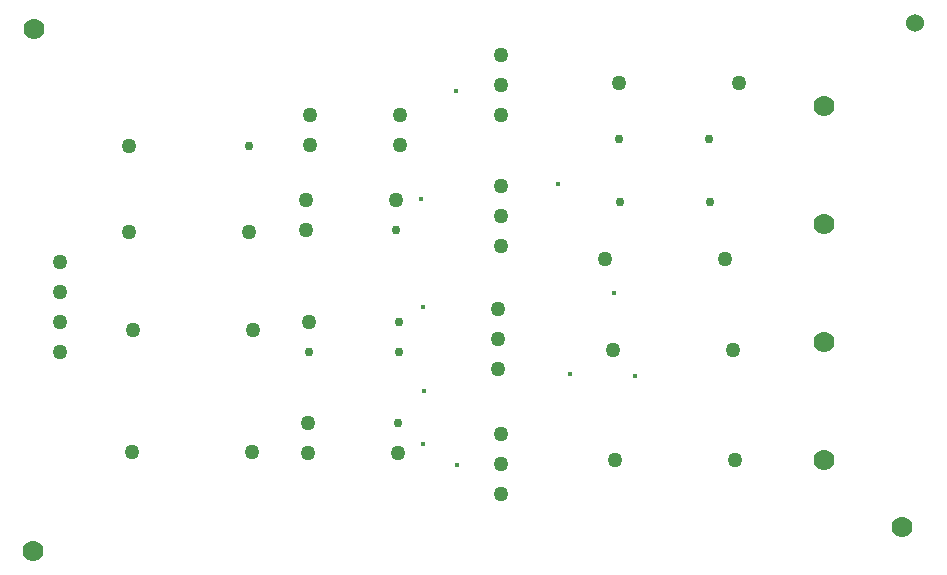
<source format=gbr>
G04 PROTEUS GERBER X2 FILE*
%TF.GenerationSoftware,Labcenter,Proteus,8.6-SP2-Build23525*%
%TF.CreationDate,2019-06-13T07:32:06+00:00*%
%TF.FileFunction,Plated,0,2,PTH*%
%TF.FilePolarity,Positive*%
%TF.Part,Single*%
%FSLAX45Y45*%
%MOMM*%
G01*
%TA.AperFunction,ViaDrill*%
%ADD70C,0.381000*%
%TA.AperFunction,ComponentDrill*%
%ADD71C,1.270000*%
%ADD20C,1.778000*%
%TA.AperFunction,ComponentDrill*%
%ADD21C,0.762000*%
%TA.AperFunction,OtherDrill,Unknown*%
%ADD22C,1.778000*%
%ADD23C,1.524000*%
%TD.AperFunction*%
D70*
X-6652960Y+7326943D03*
X-6181316Y+6403308D03*
X-7514325Y+4949067D03*
X-7519365Y+8113986D03*
X-6006845Y+5698248D03*
X-6551505Y+5713959D03*
X-7795325Y+5121482D03*
X-7790000Y+5570000D03*
X-7800000Y+6280000D03*
X-7812963Y+7196990D03*
D71*
X-10870000Y+5900000D03*
X-10870000Y+6154000D03*
X-10870000Y+6408000D03*
X-10870000Y+6662000D03*
D20*
X-4400000Y+7990000D03*
X-4400000Y+6990000D03*
X-4400000Y+5990000D03*
X-4400000Y+4990000D03*
D71*
X-8752000Y+7914000D03*
X-8752000Y+7660000D03*
X-7990000Y+7660000D03*
X-7990000Y+7914000D03*
D21*
X-9270000Y+7650000D03*
D71*
X-10286000Y+7650000D03*
X-8790000Y+7190000D03*
X-8790000Y+6936000D03*
D21*
X-8028000Y+6936000D03*
D71*
X-8028000Y+7190000D03*
X-9270000Y+6920000D03*
X-10286000Y+6920000D03*
X-9240000Y+6090000D03*
X-10256000Y+6090000D03*
X-8770000Y+5300000D03*
X-8770000Y+5046000D03*
X-8008000Y+5046000D03*
D21*
X-8008000Y+5300000D03*
D71*
X-9250000Y+5060000D03*
X-10266000Y+5060000D03*
X-7140000Y+8414000D03*
X-7140000Y+8160000D03*
X-7140000Y+7906000D03*
X-7140000Y+7308000D03*
X-7140000Y+7054000D03*
X-7140000Y+6800000D03*
X-7160000Y+6264000D03*
X-7160000Y+6010000D03*
X-7160000Y+5756000D03*
X-7140000Y+5210000D03*
X-7140000Y+4956000D03*
X-7140000Y+4702000D03*
X-6136000Y+8180000D03*
X-5120000Y+8180000D03*
X-6190000Y+5920000D03*
X-5174000Y+5920000D03*
X-6260000Y+6690000D03*
X-5244000Y+6690000D03*
X-6170000Y+4990000D03*
X-5154000Y+4990000D03*
D22*
X-11090000Y+8640000D03*
X-11100000Y+4220000D03*
X-3740000Y+4420000D03*
D23*
X-3630000Y+8690000D03*
D71*
X-8760000Y+6160000D03*
D21*
X-8760000Y+5906000D03*
X-7998000Y+5906000D03*
X-7998000Y+6160000D03*
X-6130000Y+7170000D03*
X-5368000Y+7170000D03*
X-6140000Y+7710000D03*
X-5378000Y+7710000D03*
M02*

</source>
